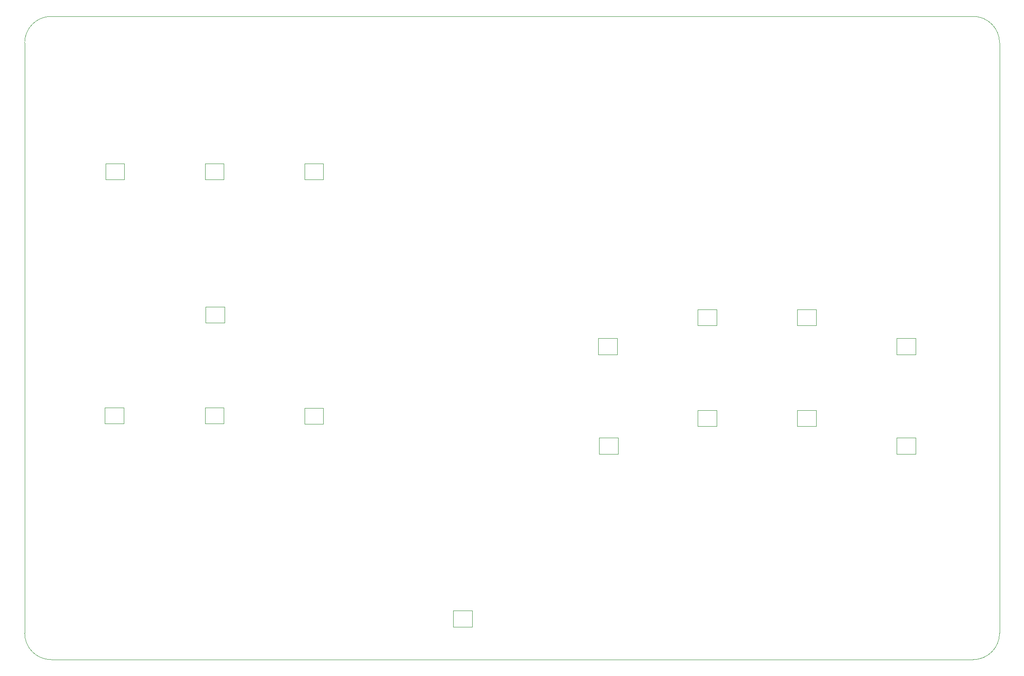
<source format=gbr>
%TF.GenerationSoftware,KiCad,Pcbnew,7.0.5*%
%TF.CreationDate,2023-06-07T11:30:10+08:00*%
%TF.ProjectId,JosEffigy-All-Keyboard-Mixbox,4a6f7345-6666-4696-9779-2d416c6c2d4b,rev?*%
%TF.SameCoordinates,Original*%
%TF.FileFunction,Profile,NP*%
%FSLAX46Y46*%
G04 Gerber Fmt 4.6, Leading zero omitted, Abs format (unit mm)*
G04 Created by KiCad (PCBNEW 7.0.5) date 2023-06-07 11:30:10*
%MOMM*%
%LPD*%
G01*
G04 APERTURE LIST*
%TA.AperFunction,Profile*%
%ADD10C,0.100000*%
%TD*%
%TA.AperFunction,Profile*%
%ADD11C,0.120000*%
%TD*%
G04 APERTURE END LIST*
D10*
X46990000Y-154940000D02*
G75*
G03*
X52070000Y-160020000I5080000J0D01*
G01*
X52070000Y-160020000D02*
X228600000Y-160020000D01*
X52070000Y-36830000D02*
G75*
G03*
X46990000Y-41910000I0J-5080000D01*
G01*
X228600000Y-160020000D02*
G75*
G03*
X233680000Y-154940000I0J5080000D01*
G01*
X46990000Y-41910000D02*
X46990000Y-154940000D01*
X233680000Y-41910000D02*
G75*
G03*
X228600000Y-36830000I-5080000J0D01*
G01*
X233680000Y-154940000D02*
X233680000Y-41910000D01*
X228600000Y-36830000D02*
X52070000Y-36830000D01*
D11*
%TO.C,D12*%
X213999900Y-117514000D02*
X217599900Y-117514000D01*
X213999900Y-120614000D02*
X213999900Y-117514000D01*
X217599900Y-117514000D02*
X217599900Y-120614000D01*
X217599900Y-120614000D02*
X213999900Y-120614000D01*
%TO.C,D7*%
X104193800Y-68098000D02*
X100593800Y-68098000D01*
X104193800Y-64998000D02*
X104193800Y-68098000D01*
X100593800Y-68098000D02*
X100593800Y-64998000D01*
X100593800Y-64998000D02*
X104193800Y-64998000D01*
%TO.C,D6*%
X85143800Y-68098000D02*
X81543800Y-68098000D01*
X85143800Y-64998000D02*
X85143800Y-68098000D01*
X81543800Y-68098000D02*
X81543800Y-64998000D01*
X81543800Y-64998000D02*
X85143800Y-64998000D01*
%TO.C,D5*%
X66093800Y-68098000D02*
X62493800Y-68098000D01*
X66093800Y-64998000D02*
X66093800Y-68098000D01*
X62493800Y-68098000D02*
X62493800Y-64998000D01*
X62493800Y-64998000D02*
X66093800Y-64998000D01*
%TO.C,D9*%
X157012400Y-117514000D02*
X160612400Y-117514000D01*
X157012400Y-120614000D02*
X157012400Y-117514000D01*
X160612400Y-117514000D02*
X160612400Y-120614000D01*
X160612400Y-120614000D02*
X157012400Y-120614000D01*
%TO.C,D13*%
X160449900Y-101564000D02*
X156849900Y-101564000D01*
X160449900Y-98464000D02*
X160449900Y-101564000D01*
X156849900Y-101564000D02*
X156849900Y-98464000D01*
X156849900Y-98464000D02*
X160449900Y-98464000D01*
%TO.C,D11*%
X194949900Y-112242000D02*
X198549900Y-112242000D01*
X194949900Y-115342000D02*
X194949900Y-112242000D01*
X198549900Y-112242000D02*
X198549900Y-115342000D01*
X198549900Y-115342000D02*
X194949900Y-115342000D01*
%TO.C,D10*%
X175899900Y-112242000D02*
X179499900Y-112242000D01*
X175899900Y-115342000D02*
X175899900Y-112242000D01*
X179499900Y-112242000D02*
X179499900Y-115342000D01*
X179499900Y-115342000D02*
X175899900Y-115342000D01*
%TO.C,D16*%
X217599900Y-101564000D02*
X213999900Y-101564000D01*
X217599900Y-98464000D02*
X217599900Y-101564000D01*
X213999900Y-101564000D02*
X213999900Y-98464000D01*
X213999900Y-98464000D02*
X217599900Y-98464000D01*
%TO.C,D8*%
X129085700Y-150613400D02*
X132685700Y-150613400D01*
X129085700Y-153713400D02*
X129085700Y-150613400D01*
X132685700Y-150613400D02*
X132685700Y-153713400D01*
X132685700Y-153713400D02*
X129085700Y-153713400D01*
%TO.C,D4*%
X81664800Y-92415700D02*
X85264800Y-92415700D01*
X81664800Y-95515700D02*
X81664800Y-92415700D01*
X85264800Y-92415700D02*
X85264800Y-95515700D01*
X85264800Y-95515700D02*
X81664800Y-95515700D01*
%TO.C,D3*%
X100593800Y-111815000D02*
X104193800Y-111815000D01*
X100593800Y-114915000D02*
X100593800Y-111815000D01*
X104193800Y-111815000D02*
X104193800Y-114915000D01*
X104193800Y-114915000D02*
X100593800Y-114915000D01*
%TO.C,D15*%
X198549900Y-96038000D02*
X194949900Y-96038000D01*
X198549900Y-92938000D02*
X198549900Y-96038000D01*
X194949900Y-96038000D02*
X194949900Y-92938000D01*
X194949900Y-92938000D02*
X198549900Y-92938000D01*
%TO.C,D1*%
X62360800Y-111719800D02*
X65960800Y-111719800D01*
X62360800Y-114819800D02*
X62360800Y-111719800D01*
X65960800Y-111719800D02*
X65960800Y-114819800D01*
X65960800Y-114819800D02*
X62360800Y-114819800D01*
%TO.C,D14*%
X179499900Y-96038000D02*
X175899900Y-96038000D01*
X179499900Y-92938000D02*
X179499900Y-96038000D01*
X175899900Y-96038000D02*
X175899900Y-92938000D01*
X175899900Y-92938000D02*
X179499900Y-92938000D01*
%TO.C,D2*%
X81543800Y-111719800D02*
X85143800Y-111719800D01*
X81543800Y-114819800D02*
X81543800Y-111719800D01*
X85143800Y-111719800D02*
X85143800Y-114819800D01*
X85143800Y-114819800D02*
X81543800Y-114819800D01*
%TD*%
M02*

</source>
